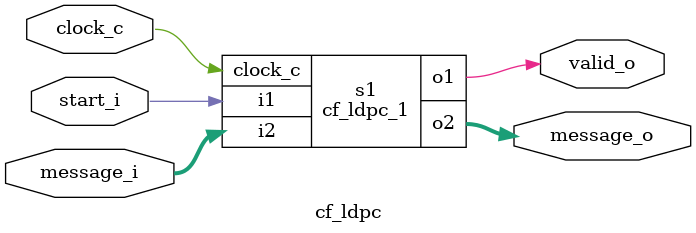
<source format=v>
module cf_ldpc_103(i1, i2, i3, o1);
  input [1:0] i1, i2, i3;
  output [1:0] o1;
  wire [1:0] i1, i2, i3;
  wire [1:0] o1;
  MX2X1 g35(.A (i3[1]), .B (i2[1]), .S0 (i1[1]), .Y (o1[1]));
  MX2X1 g36(.A (i3[0]), .B (i2[0]), .S0 (i1[0]), .Y (o1[0]));
endmodule

module cf_ldpc_102(i1, i2, i3, o1);
  input [2:0] i1, i2, i3;
  output [2:0] o1;
  wire [2:0] i1, i2, i3;
  wire [2:0] o1;
  cf_ldpc_103 s9(i1[1:0], i2[1:0], i3[1:0], o1[1:0]);
  MX2X1 g18(.A (i3[2]), .B (i2[2]), .S0 (i1[2]), .Y (o1[2]));
endmodule

module cf_ldpc_101(i1, i2, i3, o1);
  input [3:0] i1, i2, i3;
  output [3:0] o1;
  wire [3:0] i1, i2, i3;
  wire [3:0] o1;
  cf_ldpc_102 s9(i1[2:0], i2[2:0], i3[2:0], o1[2:0]);
  MX2X1 g18(.A (i3[3]), .B (i2[3]), .S0 (i1[3]), .Y (o1[3]));
endmodule

module cf_ldpc_100(i1, i2, i3, o1);
  input [4:0] i1, i2, i3;
  output [4:0] o1;
  wire [4:0] i1, i2, i3;
  wire [4:0] o1;
  cf_ldpc_101 s9(i1[3:0], i2[3:0], i3[3:0], o1[3:0]);
  MX2X1 g18(.A (i3[4]), .B (i2[4]), .S0 (i1[4]), .Y (o1[4]));
endmodule

module cf_ldpc_99(i1, i2, i3, o1);
  input [5:0] i1, i2, i3;
  output [5:0] o1;
  wire [5:0] i1, i2, i3;
  wire [5:0] o1;
  cf_ldpc_100 s9(i1[4:0], i2[4:0], i3[4:0], o1[4:0]);
  MX2X1 g18(.A (i3[5]), .B (i2[5]), .S0 (i1[5]), .Y (o1[5]));
endmodule

module cf_ldpc_98(i1, i2, i3, o1);
  input [6:0] i1, i2, i3;
  output [6:0] o1;
  wire [6:0] i1, i2, i3;
  wire [6:0] o1;
  cf_ldpc_99 s9(i1[5:0], i2[5:0], i3[5:0], o1[5:0]);
  MX2X1 g18(.A (i3[6]), .B (i2[6]), .S0 (i1[6]), .Y (o1[6]));
endmodule

module cf_ldpc_97(i1, i2, i3, o1);
  input [7:0] i1, i2, i3;
  output [7:0] o1;
  wire [7:0] i1, i2, i3;
  wire [7:0] o1;
  cf_ldpc_98 s9(i1[6:0], i2[6:0], i3[6:0], o1[6:0]);
  MX2X1 g18(.A (i3[7]), .B (i2[7]), .S0 (i1[7]), .Y (o1[7]));
endmodule

module cf_ldpc_96(i1, i2, i3, o1);
  input [8:0] i1, i2, i3;
  output [8:0] o1;
  wire [8:0] i1, i2, i3;
  wire [8:0] o1;
  cf_ldpc_97 s9(i1[7:0], i2[7:0], i3[7:0], o1[7:0]);
  MX2X1 g18(.A (i3[8]), .B (i2[8]), .S0 (i1[8]), .Y (o1[8]));
endmodule

module cf_ldpc_95(i1, i2, i3, o1);
  input [9:0] i1, i2, i3;
  output [9:0] o1;
  wire [9:0] i1, i2, i3;
  wire [9:0] o1;
  cf_ldpc_96 s9(i1[8:0], i2[8:0], i3[8:0], o1[8:0]);
  MX2X1 g18(.A (i3[9]), .B (i2[9]), .S0 (i1[9]), .Y (o1[9]));
endmodule

module cf_ldpc_94(i1, i2, i3, o1);
  input [10:0] i1, i2, i3;
  output [10:0] o1;
  wire [10:0] i1, i2, i3;
  wire [10:0] o1;
  cf_ldpc_95 s9(i1[9:0], i2[9:0], i3[9:0], o1[9:0]);
  MX2X1 g18(.A (i3[10]), .B (i2[10]), .S0 (i1[10]), .Y (o1[10]));
endmodule

module cf_ldpc_93(i1, i2, i3, o1);
  input [11:0] i1, i2, i3;
  output [11:0] o1;
  wire [11:0] i1, i2, i3;
  wire [11:0] o1;
  cf_ldpc_94 s9(i1[10:0], i2[10:0], i3[10:0], o1[10:0]);
  MX2X1 g18(.A (i3[11]), .B (i2[11]), .S0 (i1[11]), .Y (o1[11]));
endmodule

module cf_ldpc_92(i1, i2, i3, o1);
  input [12:0] i1, i2, i3;
  output [12:0] o1;
  wire [12:0] i1, i2, i3;
  wire [12:0] o1;
  cf_ldpc_93 s9(i1[11:0], i2[11:0], i3[11:0], o1[11:0]);
  MX2X1 g18(.A (i3[12]), .B (i2[12]), .S0 (i1[12]), .Y (o1[12]));
endmodule

module cf_ldpc_91(i1, i2, i3, o1);
  input [13:0] i1, i2, i3;
  output [13:0] o1;
  wire [13:0] i1, i2, i3;
  wire [13:0] o1;
  cf_ldpc_92 s9(i1[12:0], i2[12:0], i3[12:0], o1[12:0]);
  MX2X1 g18(.A (i3[13]), .B (i2[13]), .S0 (i1[13]), .Y (o1[13]));
endmodule

module cf_ldpc_90(i1, i2, i3, o1);
  input [14:0] i1, i2, i3;
  output [14:0] o1;
  wire [14:0] i1, i2, i3;
  wire [14:0] o1;
  cf_ldpc_91 s9(i1[13:0], i2[13:0], i3[13:0], o1[13:0]);
  MX2X1 g18(.A (i3[14]), .B (i2[14]), .S0 (i1[14]), .Y (o1[14]));
endmodule

module cf_ldpc_89(i1, i2, i3, o1);
  input [15:0] i1, i2, i3;
  output [15:0] o1;
  wire [15:0] i1, i2, i3;
  wire [15:0] o1;
  cf_ldpc_90 s9(i1[14:0], i2[14:0], i3[14:0], o1[14:0]);
  MX2X1 g18(.A (i3[15]), .B (i2[15]), .S0 (i1[15]), .Y (o1[15]));
endmodule

module cf_ldpc_88(i1, i2, i3, o1);
  input [16:0] i1, i2, i3;
  output [16:0] o1;
  wire [16:0] i1, i2, i3;
  wire [16:0] o1;
  cf_ldpc_89 s9(i1[15:0], i2[15:0], i3[15:0], o1[15:0]);
  MX2X1 g18(.A (i3[16]), .B (i2[16]), .S0 (i1[16]), .Y (o1[16]));
endmodule

module cf_ldpc_87(i1, i2, i3, o1);
  input [17:0] i1, i2, i3;
  output [17:0] o1;
  wire [17:0] i1, i2, i3;
  wire [17:0] o1;
  cf_ldpc_88 s9(i1[16:0], i2[16:0], i3[16:0], o1[16:0]);
  MX2X1 g18(.A (i3[17]), .B (i2[17]), .S0 (i1[17]), .Y (o1[17]));
endmodule

module cf_ldpc_86(i1, i2, i3, o1);
  input [18:0] i1, i2, i3;
  output [18:0] o1;
  wire [18:0] i1, i2, i3;
  wire [18:0] o1;
  cf_ldpc_87 s9(i1[17:0], i2[17:0], i3[17:0], o1[17:0]);
  MX2X1 g18(.A (i3[18]), .B (i2[18]), .S0 (i1[18]), .Y (o1[18]));
endmodule

module cf_ldpc_85(i1, i2, i3, o1);
  input [19:0] i1, i2, i3;
  output [19:0] o1;
  wire [19:0] i1, i2, i3;
  wire [19:0] o1;
  cf_ldpc_86 s9(i2[18:0], i3[18:0], i1[18:0], o1[18:0]);
  MX2X1 g17(.A (i1[19]), .B (i3[19]), .S0 (i2[19]), .Y (o1[19]));
endmodule

module cf_ldpc_84(i1, o1);
  input [19:0] i1;
  output o1;
  wire [19:0] i1;
  wire o1;
  wire n_0, n_1;
  OAI21X1 g19(.A0 (i1[5]), .A1 (n_0), .B0 (n_1), .Y (o1));
  NAND2XL g20(.A (i1[5]), .B (n_0), .Y (n_1));
  XNOR2X1 g21(.A (i1[10]), .B (i1[15]), .Y (n_0));
endmodule

module cf_ldpc_83(i1, o1);
  input [19:0] i1;
  output [1:0] o1;
  wire [19:0] i1;
  wire [1:0] o1;
  wire n_0, n_1;
  cf_ldpc_84 s10({4'b0000, i1[15], 4'b0000, i1[10], 4'b0000, i1[5],
       5'b00000}, o1[0]);
  OAI21X1 g27(.A0 (i1[4]), .A1 (n_0), .B0 (n_1), .Y (o1[1]));
  NAND2XL g28(.A (i1[4]), .B (n_0), .Y (n_1));
  XNOR2X1 g29(.A (i1[8]), .B (i1[12]), .Y (n_0));
endmodule

module cf_ldpc_82(i1, o1);
  input [19:0] i1;
  output [2:0] o1;
  wire [19:0] i1;
  wire [2:0] o1;
  wire n_0, n_1;
  cf_ldpc_83 s10({4'b0000, i1[15], 2'b00, i1[12], 1'b0, i1[10], 1'b0,
       i1[8], 2'b00, i1[5:4], 4'b0000}, o1[1:0]);
  OAI21X1 g19(.A0 (i1[1]), .A1 (n_0), .B0 (n_1), .Y (o1[2]));
  NAND2XL g20(.A (i1[1]), .B (n_0), .Y (n_1));
  XNOR2X1 g21(.A (i1[2]), .B (i1[3]), .Y (n_0));
endmodule

module cf_ldpc_81(i1, o1);
  input [19:0] i1;
  output [3:0] o1;
  wire [19:0] i1;
  wire [3:0] o1;
  wire n_0, n_1;
  cf_ldpc_82 s10({4'b0000, i1[15], 2'b00, i1[12], 1'b0, i1[10], 1'b0,
       i1[8], 2'b00, i1[5:1], 1'b0}, o1[2:0]);
  OAI21X1 g19(.A0 (i1[7]), .A1 (n_0), .B0 (n_1), .Y (o1[3]));
  NAND2XL g20(.A (i1[7]), .B (n_0), .Y (n_1));
  XNOR2X1 g21(.A (i1[12]), .B (i1[17]), .Y (n_0));
endmodule

module cf_ldpc_80(i1, o1);
  input [19:0] i1;
  output [4:0] o1;
  wire [19:0] i1;
  wire [4:0] o1;
  wire n_0, n_1;
  cf_ldpc_81 s10({2'b00, i1[17], 1'b0, i1[15], 2'b00, i1[12], 1'b0,
       i1[10], 1'b0, i1[8:7], 1'b0, i1[5:1], 1'b0}, o1[3:0]);
  OAI21X1 g19(.A0 (i1[5]), .A1 (n_0), .B0 (n_1), .Y (o1[4]));
  NAND2XL g20(.A (i1[5]), .B (n_0), .Y (n_1));
  XNOR2X1 g21(.A (i1[16]), .B (i1[9]), .Y (n_0));
endmodule

module cf_ldpc_79(i1, o1);
  input [19:0] i1;
  output [5:0] o1;
  wire [19:0] i1;
  wire [5:0] o1;
  wire n_0, n_1;
  cf_ldpc_80 s10({2'b00, i1[17:15], 2'b00, i1[12], 1'b0, i1[10:7],
       1'b0, i1[5:1], 1'b0}, o1[4:0]);
  OAI21X1 g19(.A0 (i1[0]), .A1 (n_0), .B0 (n_1), .Y (o1[5]));
  NAND2XL g20(.A (i1[0]), .B (n_0), .Y (n_1));
  XNOR2X1 g21(.A (i1[2]), .B (i1[3]), .Y (n_0));
endmodule

module cf_ldpc_78(i1, o1);
  input [19:0] i1;
  output [6:0] o1;
  wire [19:0] i1;
  wire [6:0] o1;
  wire n_0, n_1;
  cf_ldpc_79 s10({2'b00, i1[17:15], 2'b00, i1[12], 1'b0, i1[10:7],
       1'b0, i1[5:0]}, o1[5:0]);
  OAI21X1 g19(.A0 (i1[8]), .A1 (n_0), .B0 (n_1), .Y (o1[6]));
  NAND2XL g20(.A (i1[8]), .B (n_0), .Y (n_1));
  XNOR2X1 g21(.A (i1[14]), .B (i1[19]), .Y (n_0));
endmodule

module cf_ldpc_77(i1, o1);
  input [19:0] i1;
  output [7:0] o1;
  wire [19:0] i1;
  wire [7:0] o1;
  wire n_0, n_1;
  cf_ldpc_78 s10({i1[19], 1'b0, i1[17:14], 1'b0, i1[12], 1'b0,
       i1[10:7], 1'b0, i1[5:0]}, o1[6:0]);
  OAI21X1 g19(.A0 (i1[6]), .A1 (n_0), .B0 (n_1), .Y (o1[7]));
  NAND2XL g20(.A (i1[6]), .B (n_0), .Y (n_1));
  XNOR2X1 g21(.A (i1[13]), .B (i1[17]), .Y (n_0));
endmodule

module cf_ldpc_76(i1, o1);
  input [19:0] i1;
  output [8:0] o1;
  wire [19:0] i1;
  wire [8:0] o1;
  wire n_0, n_1;
  cf_ldpc_77 s10({i1[19], 1'b0, i1[17:12], 1'b0, i1[10:0]}, o1[7:0]);
  OAI21X1 g19(.A0 (i1[0]), .A1 (n_0), .B0 (n_1), .Y (o1[8]));
  NAND2XL g20(.A (i1[0]), .B (n_0), .Y (n_1));
  XNOR2X1 g21(.A (i1[1]), .B (i1[3]), .Y (n_0));
endmodule

module cf_ldpc_75(i1, o1);
  input [19:0] i1;
  output [9:0] o1;
  wire [19:0] i1;
  wire [9:0] o1;
  wire n_0, n_1;
  cf_ldpc_76 s10({i1[19], 1'b0, i1[17:12], 1'b0, i1[10:0]}, o1[8:0]);
  OAI21X1 g19(.A0 (i1[6]), .A1 (n_0), .B0 (n_1), .Y (o1[9]));
  NAND2XL g20(.A (i1[6]), .B (n_0), .Y (n_1));
  XNOR2X1 g21(.A (i1[16]), .B (i1[11]), .Y (n_0));
endmodule

module cf_ldpc_74(i1, o1);
  input [19:0] i1;
  output [10:0] o1;
  wire [19:0] i1;
  wire [10:0] o1;
  wire n_0, n_1;
  cf_ldpc_75 s10({i1[19], 1'b0, i1[17:0]}, o1[9:0]);
  OAI21X1 g19(.A0 (i1[10]), .A1 (n_0), .B0 (n_1), .Y (o1[10]));
  NAND2XL g20(.A (i1[10]), .B (n_0), .Y (n_1));
  XNOR2X1 g21(.A (i1[14]), .B (i1[18]), .Y (n_0));
endmodule

module cf_ldpc_73(i1, o1);
  input [19:0] i1;
  output [11:0] o1;
  wire [19:0] i1;
  wire [11:0] o1;
  wire n_0, n_1;
  cf_ldpc_74 s10(i1, o1[10:0]);
  OAI21X1 g19(.A0 (i1[0]), .A1 (n_0), .B0 (n_1), .Y (o1[11]));
  NAND2XL g20(.A (i1[0]), .B (n_0), .Y (n_1));
  XNOR2X1 g21(.A (i1[1]), .B (i1[2]), .Y (n_0));
endmodule

module cf_ldpc_72(i1, o1);
  input [19:0] i1;
  output [12:0] o1;
  wire [19:0] i1;
  wire [12:0] o1;
  wire n_0, n_1;
  cf_ldpc_73 s10(i1, o1[11:0]);
  OAI21X1 g19(.A0 (i1[9]), .A1 (n_0), .B0 (n_1), .Y (o1[12]));
  NAND2XL g20(.A (i1[9]), .B (n_0), .Y (n_1));
  XNOR2X1 g21(.A (i1[13]), .B (i1[18]), .Y (n_0));
endmodule

module cf_ldpc_71(i1, o1);
  input [19:0] i1;
  output [13:0] o1;
  wire [19:0] i1;
  wire [13:0] o1;
  wire n_0, n_1;
  cf_ldpc_72 s10(i1, o1[12:0]);
  OAI21X1 g19(.A0 (i1[0]), .A1 (n_0), .B0 (n_1), .Y (o1[13]));
  NAND2XL g20(.A (i1[0]), .B (n_0), .Y (n_1));
  XNOR2X1 g21(.A (i1[8]), .B (i1[12]), .Y (n_0));
endmodule

module cf_ldpc_70(i1, o1);
  input [19:0] i1;
  output [14:0] o1;
  wire [19:0] i1;
  wire [14:0] o1;
  wire n_0, n_1;
  cf_ldpc_71 s10(i1, o1[13:0]);
  OAI21X1 g19(.A0 (i1[5]), .A1 (n_0), .B0 (n_1), .Y (o1[14]));
  NAND2XL g20(.A (i1[5]), .B (n_0), .Y (n_1));
  XNOR2X1 g21(.A (i1[6]), .B (i1[7]), .Y (n_0));
endmodule

module cf_ldpc_69(i1, o1);
  input [19:0] i1;
  output [15:0] o1;
  wire [19:0] i1;
  wire [15:0] o1;
  wire n_0, n_1;
  cf_ldpc_70 s10(i1, o1[14:0]);
  OAI21X1 g19(.A0 (i1[0]), .A1 (n_0), .B0 (n_1), .Y (o1[15]));
  NAND2XL g20(.A (i1[0]), .B (n_0), .Y (n_1));
  XNOR2X1 g21(.A (i1[10]), .B (i1[15]), .Y (n_0));
endmodule

module cf_ldpc_68(i1, o1);
  input [19:0] i1;
  output [16:0] o1;
  wire [19:0] i1;
  wire [16:0] o1;
  wire n_0, n_1;
  cf_ldpc_69 s10(i1, o1[15:0]);
  OAI21X1 g19(.A0 (i1[1]), .A1 (n_0), .B0 (n_1), .Y (o1[16]));
  NAND2XL g20(.A (i1[1]), .B (n_0), .Y (n_1));
  XNOR2X1 g21(.A (i1[16]), .B (i1[9]), .Y (n_0));
endmodule

module cf_ldpc_67(i1, o1);
  input [19:0] i1;
  output [17:0] o1;
  wire [19:0] i1;
  wire [17:0] o1;
  wire n_0, n_1;
  cf_ldpc_68 s10(i1, o1[16:0]);
  OAI21X1 g27(.A0 (i1[4]), .A1 (n_0), .B0 (n_1), .Y (o1[17]));
  NAND2XL g28(.A (i1[4]), .B (n_0), .Y (n_1));
  XNOR2X1 g29(.A (i1[7]), .B (i1[6]), .Y (n_0));
endmodule

module cf_ldpc_66(i1, o1);
  input [19:0] i1;
  output [18:0] o1;
  wire [19:0] i1;
  wire [18:0] o1;
  wire n_0, n_1;
  cf_ldpc_67 s10(i1, o1[17:0]);
  OAI21X1 g19(.A0 (i1[3]), .A1 (n_0), .B0 (n_1), .Y (o1[18]));
  NAND2XL g20(.A (i1[3]), .B (n_0), .Y (n_1));
  XNOR2X1 g21(.A (i1[11]), .B (i1[16]), .Y (n_0));
endmodule

module cf_ldpc_65(i1, o1);
  input [19:0] i1;
  output [19:0] o1;
  wire [19:0] i1;
  wire [19:0] o1;
  wire n_0, n_1;
  cf_ldpc_66 s10(i1, o1[18:0]);
  OAI21X1 g19(.A0 (i1[2]), .A1 (n_0), .B0 (n_1), .Y (o1[19]));
  NAND2XL g20(.A (i1[2]), .B (n_0), .Y (n_1));
  XNOR2X1 g21(.A (i1[13]), .B (i1[17]), .Y (n_0));
endmodule

module cf_ldpc_64(i1, o1);
  input [19:0] i1;
  output [20:0] o1;
  wire [19:0] i1;
  wire [20:0] o1;
  wire n_0, n_1;
  cf_ldpc_65 s10(i1, o1[19:0]);
  OAI21X1 g27(.A0 (i1[4]), .A1 (n_0), .B0 (n_1), .Y (o1[20]));
  NAND2XL g28(.A (i1[4]), .B (n_0), .Y (n_1));
  XNOR2X1 g29(.A (i1[5]), .B (i1[7]), .Y (n_0));
endmodule

module cf_ldpc_63(i1, o1);
  input [19:0] i1;
  output [21:0] o1;
  wire [19:0] i1;
  wire [21:0] o1;
  wire n_0, n_1;
  cf_ldpc_64 s10(i1, o1[20:0]);
  OAI21X1 g19(.A0 (i1[1]), .A1 (n_0), .B0 (n_1), .Y (o1[21]));
  NAND2XL g20(.A (i1[1]), .B (n_0), .Y (n_1));
  XNOR2X1 g21(.A (i1[12]), .B (i1[17]), .Y (n_0));
endmodule

module cf_ldpc_62(i1, o1);
  input [19:0] i1;
  output [22:0] o1;
  wire [19:0] i1;
  wire [22:0] o1;
  wire n_0, n_1;
  cf_ldpc_63 s10(i1, o1[21:0]);
  OAI21X1 g19(.A0 (i1[11]), .A1 (n_0), .B0 (n_1), .Y (o1[22]));
  NAND2XL g20(.A (i1[11]), .B (n_0), .Y (n_1));
  XNOR2X1 g21(.A (i1[15]), .B (i1[19]), .Y (n_0));
endmodule

module cf_ldpc_61(i1, o1);
  input [19:0] i1;
  output [23:0] o1;
  wire [19:0] i1;
  wire [23:0] o1;
  wire n_0, n_1;
  cf_ldpc_62 s10(i1, o1[22:0]);
  OAI21X1 g27(.A0 (i1[4]), .A1 (n_0), .B0 (n_1), .Y (o1[23]));
  NAND2XL g28(.A (i1[4]), .B (n_0), .Y (n_1));
  XNOR2X1 g29(.A (i1[5]), .B (i1[6]), .Y (n_0));
endmodule

module cf_ldpc_60(i1, o1);
  input [19:0] i1;
  output [24:0] o1;
  wire [19:0] i1;
  wire [24:0] o1;
  wire n_0, n_1;
  cf_ldpc_61 s10(i1, o1[23:0]);
  OAI21X1 g19(.A0 (i1[2]), .A1 (n_0), .B0 (n_1), .Y (o1[24]));
  NAND2XL g20(.A (i1[2]), .B (n_0), .Y (n_1));
  XNOR2X1 g21(.A (i1[14]), .B (i1[19]), .Y (n_0));
endmodule

module cf_ldpc_59(i1, o1);
  input [19:0] i1;
  output [25:0] o1;
  wire [19:0] i1;
  wire [25:0] o1;
  wire n_0, n_1;
  cf_ldpc_60 s10(i1, o1[24:0]);
  OAI21X1 g19(.A0 (i1[0]), .A1 (n_0), .B0 (n_1), .Y (o1[25]));
  NAND2XL g20(.A (i1[0]), .B (n_0), .Y (n_1));
  XNOR2X1 g21(.A (i1[4]), .B (i1[12]), .Y (n_0));
endmodule

module cf_ldpc_58(i1, o1);
  input [19:0] i1;
  output [26:0] o1;
  wire [19:0] i1;
  wire [26:0] o1;
  wire n_0, n_1;
  cf_ldpc_59 s10(i1, o1[25:0]);
  OAI21X1 g19(.A0 (i1[9]), .A1 (n_0), .B0 (n_1), .Y (o1[26]));
  NAND2XL g20(.A (i1[9]), .B (n_0), .Y (n_1));
  XNOR2X1 g21(.A (i1[10]), .B (i1[11]), .Y (n_0));
endmodule

module cf_ldpc_57(i1, o1);
  input [19:0] i1;
  output [27:0] o1;
  wire [19:0] i1;
  wire [27:0] o1;
  wire n_0, n_1;
  cf_ldpc_58 s10(i1, o1[26:0]);
  OAI21X1 g27(.A0 (i1[4]), .A1 (n_0), .B0 (n_1), .Y (o1[27]));
  NAND2XL g28(.A (i1[4]), .B (n_0), .Y (n_1));
  XNOR2X1 g29(.A (i1[18]), .B (i1[13]), .Y (n_0));
endmodule

module cf_ldpc_56(i1, o1);
  input [19:0] i1;
  output [28:0] o1;
  wire [19:0] i1;
  wire [28:0] o1;
  wire n_0, n_1;
  cf_ldpc_57 s10(i1, o1[27:0]);
  OAI21X1 g19(.A0 (i1[1]), .A1 (n_0), .B0 (n_1), .Y (o1[28]));
  NAND2XL g20(.A (i1[1]), .B (n_0), .Y (n_1));
  XNOR2X1 g21(.A (i1[16]), .B (i1[5]), .Y (n_0));
endmodule

module cf_ldpc_55(i1, o1);
  input [19:0] i1;
  output [29:0] o1;
  wire [19:0] i1;
  wire [29:0] o1;
  wire n_0, n_1;
  cf_ldpc_56 s10(i1, o1[28:0]);
  OAI21X1 g19(.A0 (i1[8]), .A1 (n_0), .B0 (n_1), .Y (o1[29]));
  NAND2XL g20(.A (i1[8]), .B (n_0), .Y (n_1));
  XNOR2X1 g21(.A (i1[10]), .B (i1[11]), .Y (n_0));
endmodule

module cf_ldpc_54(i1, o1);
  input [19:0] i1;
  output [30:0] o1;
  wire [19:0] i1;
  wire [30:0] o1;
  wire n_0, n_1;
  cf_ldpc_55 s10(i1, o1[29:0]);
  OAI21X1 g19(.A0 (i1[0]), .A1 (n_0), .B0 (n_1), .Y (o1[30]));
  NAND2XL g20(.A (i1[0]), .B (n_0), .Y (n_1));
  XNOR2X1 g21(.A (i1[15]), .B (i1[5]), .Y (n_0));
endmodule

module cf_ldpc_53(i1, o1);
  input [19:0] i1;
  output [31:0] o1;
  wire [19:0] i1;
  wire [31:0] o1;
  wire n_0, n_1;
  cf_ldpc_54 s10(i1, o1[30:0]);
  OAI21X1 g19(.A0 (i1[3]), .A1 (n_0), .B0 (n_1), .Y (o1[31]));
  NAND2XL g20(.A (i1[3]), .B (n_0), .Y (n_1));
  XNOR2X1 g21(.A (i1[14]), .B (i1[18]), .Y (n_0));
endmodule

module cf_ldpc_52(i1, o1);
  input [19:0] i1;
  output [32:0] o1;
  wire [19:0] i1;
  wire [32:0] o1;
  wire n_0, n_1;
  cf_ldpc_53 s10(i1, o1[31:0]);
  OAI21X1 g19(.A0 (i1[8]), .A1 (n_0), .B0 (n_1), .Y (o1[32]));
  NAND2XL g20(.A (i1[8]), .B (n_0), .Y (n_1));
  XNOR2X1 g21(.A (i1[9]), .B (i1[11]), .Y (n_0));
endmodule

module cf_ldpc_51(i1, o1);
  input [19:0] i1;
  output [33:0] o1;
  wire [19:0] i1;
  wire [33:0] o1;
  wire n_0, n_1;
  cf_ldpc_52 s10(i1, o1[32:0]);
  OAI21X1 g19(.A0 (i1[3]), .A1 (n_0), .B0 (n_1), .Y (o1[33]));
  NAND2XL g20(.A (i1[3]), .B (n_0), .Y (n_1));
  XNOR2X1 g21(.A (i1[16]), .B (i1[6]), .Y (n_0));
endmodule

module cf_ldpc_50(i1, o1);
  input [19:0] i1;
  output [34:0] o1;
  wire [19:0] i1;
  wire [34:0] o1;
  wire n_0, n_1;
  cf_ldpc_51 s10(i1, o1[33:0]);
  OAI21X1 g19(.A0 (i1[7]), .A1 (n_0), .B0 (n_1), .Y (o1[34]));
  NAND2XL g20(.A (i1[7]), .B (n_0), .Y (n_1));
  XNOR2X1 g21(.A (i1[15]), .B (i1[19]), .Y (n_0));
endmodule

module cf_ldpc_49(i1, o1);
  input [19:0] i1;
  output [35:0] o1;
  wire [19:0] i1;
  wire [35:0] o1;
  wire n_0, n_1;
  cf_ldpc_50 s10(i1, o1[34:0]);
  OAI21X1 g19(.A0 (i1[8]), .A1 (n_0), .B0 (n_1), .Y (o1[35]));
  NAND2XL g20(.A (i1[8]), .B (n_0), .Y (n_1));
  XNOR2X1 g21(.A (i1[9]), .B (i1[10]), .Y (n_0));
endmodule

module cf_ldpc_48(i1, o1);
  input [19:0] i1;
  output [36:0] o1;
  wire [19:0] i1;
  wire [36:0] o1;
  wire n_0, n_1;
  cf_ldpc_49 s10(i1, o1[35:0]);
  OAI21X1 g19(.A0 (i1[1]), .A1 (n_0), .B0 (n_1), .Y (o1[36]));
  NAND2XL g20(.A (i1[1]), .B (n_0), .Y (n_1));
  XNOR2X1 g21(.A (i1[17]), .B (i1[7]), .Y (n_0));
endmodule

module cf_ldpc_47(i1, o1);
  input [19:0] i1;
  output [37:0] o1;
  wire [19:0] i1;
  wire [37:0] o1;
  wire n_0, n_1;
  cf_ldpc_48 s10(i1, o1[36:0]);
  OAI21X1 g19(.A0 (i1[0]), .A1 (n_0), .B0 (n_1), .Y (o1[37]));
  NAND2XL g20(.A (i1[0]), .B (n_0), .Y (n_1));
  XNOR2X1 g21(.A (i1[4]), .B (i1[8]), .Y (n_0));
endmodule

module cf_ldpc_46(i1, o1);
  input [19:0] i1;
  output [38:0] o1;
  wire [19:0] i1;
  wire [38:0] o1;
  wire n_0, n_1;
  cf_ldpc_47 s10(i1, o1[37:0]);
  OAI21X1 g19(.A0 (i1[13]), .A1 (n_0), .B0 (n_1), .Y (o1[38]));
  NAND2XL g20(.A (i1[13]), .B (n_0), .Y (n_1));
  XNOR2X1 g21(.A (i1[14]), .B (i1[15]), .Y (n_0));
endmodule

module cf_ldpc_45(i1, o1);
  input [19:0] i1;
  output [39:0] o1;
  wire [19:0] i1;
  wire [39:0] o1;
  wire n_0, n_1;
  cf_ldpc_46 s10(i1, o1[38:0]);
  OAI21X1 g27(.A0 (i1[4]), .A1 (n_0), .B0 (n_1), .Y (o1[39]));
  NAND2XL g28(.A (i1[4]), .B (n_0), .Y (n_1));
  XNOR2X1 g29(.A (i1[18]), .B (i1[9]), .Y (n_0));
endmodule

module cf_ldpc_44(i1, o1);
  input [19:0] i1;
  output [40:0] o1;
  wire [19:0] i1;
  wire [40:0] o1;
  wire n_0, n_1;
  cf_ldpc_45 s10(i1, o1[39:0]);
  OAI21X1 g19(.A0 (i1[2]), .A1 (n_0), .B0 (n_1), .Y (o1[40]));
  NAND2XL g20(.A (i1[2]), .B (n_0), .Y (n_1));
  XNOR2X1 g21(.A (i1[6]), .B (i1[17]), .Y (n_0));
endmodule

module cf_ldpc_43(i1, o1);
  input [19:0] i1;
  output [41:0] o1;
  wire [19:0] i1;
  wire [41:0] o1;
  wire n_0, n_1;
  cf_ldpc_44 s10(i1, o1[40:0]);
  OAI21X1 g19(.A0 (i1[12]), .A1 (n_0), .B0 (n_1), .Y (o1[41]));
  NAND2XL g20(.A (i1[12]), .B (n_0), .Y (n_1));
  XNOR2X1 g21(.A (i1[14]), .B (i1[15]), .Y (n_0));
endmodule

module cf_ldpc_42(i1, o1);
  input [19:0] i1;
  output [42:0] o1;
  wire [19:0] i1;
  wire [42:0] o1;
  wire n_0, n_1;
  cf_ldpc_43 s10(i1, o1[41:0]);
  OAI21X1 g19(.A0 (i1[2]), .A1 (n_0), .B0 (n_1), .Y (o1[42]));
  NAND2XL g20(.A (i1[2]), .B (n_0), .Y (n_1));
  XNOR2X1 g21(.A (i1[19]), .B (i1[8]), .Y (n_0));
endmodule

module cf_ldpc_41(i1, o1);
  input [19:0] i1;
  output [43:0] o1;
  wire [19:0] i1;
  wire [43:0] o1;
  wire n_0, n_1;
  cf_ldpc_42 s10(i1, o1[42:0]);
  OAI21X1 g19(.A0 (i1[3]), .A1 (n_0), .B0 (n_1), .Y (o1[43]));
  NAND2XL g20(.A (i1[3]), .B (n_0), .Y (n_1));
  XNOR2X1 g21(.A (i1[10]), .B (i1[18]), .Y (n_0));
endmodule

module cf_ldpc_40(i1, o1);
  input [19:0] i1;
  output [44:0] o1;
  wire [19:0] i1;
  wire [44:0] o1;
  wire n_0, n_1;
  cf_ldpc_41 s10(i1, o1[43:0]);
  OAI21X1 g19(.A0 (i1[12]), .A1 (n_0), .B0 (n_1), .Y (o1[44]));
  NAND2XL g20(.A (i1[12]), .B (n_0), .Y (n_1));
  XNOR2X1 g21(.A (i1[13]), .B (i1[15]), .Y (n_0));
endmodule

module cf_ldpc_39(i1, o1);
  input [19:0] i1;
  output [45:0] o1;
  wire [19:0] i1;
  wire [45:0] o1;
  wire n_0, n_1;
  cf_ldpc_40 s10(i1, o1[44:0]);
  OAI21X1 g19(.A0 (i1[0]), .A1 (n_0), .B0 (n_1), .Y (o1[45]));
  NAND2XL g20(.A (i1[0]), .B (n_0), .Y (n_1));
  XNOR2X1 g21(.A (i1[5]), .B (i1[10]), .Y (n_0));
endmodule

module cf_ldpc_38(i1, o1);
  input [19:0] i1;
  output [46:0] o1;
  wire [19:0] i1;
  wire [46:0] o1;
  wire n_0, n_1;
  cf_ldpc_39 s10(i1, o1[45:0]);
  OAI21X1 g19(.A0 (i1[7]), .A1 (n_0), .B0 (n_1), .Y (o1[46]));
  NAND2XL g20(.A (i1[7]), .B (n_0), .Y (n_1));
  XNOR2X1 g21(.A (i1[11]), .B (i1[19]), .Y (n_0));
endmodule

module cf_ldpc_37(i1, o1);
  input [19:0] i1;
  output [47:0] o1;
  wire [19:0] i1;
  wire [47:0] o1;
  wire n_0, n_1;
  cf_ldpc_38 s10(i1, o1[46:0]);
  OAI21X1 g19(.A0 (i1[12]), .A1 (n_0), .B0 (n_1), .Y (o1[47]));
  NAND2XL g20(.A (i1[12]), .B (n_0), .Y (n_1));
  XNOR2X1 g21(.A (i1[13]), .B (i1[14]), .Y (n_0));
endmodule

module cf_ldpc_36(i1, o1);
  input [19:0] i1;
  output [48:0] o1;
  wire [19:0] i1;
  wire [48:0] o1;
  wire n_0, n_1;
  cf_ldpc_37 s10(i1, o1[47:0]);
  OAI21X1 g19(.A0 (i1[3]), .A1 (n_0), .B0 (n_1), .Y (o1[48]));
  NAND2XL g20(.A (i1[3]), .B (n_0), .Y (n_1));
  XNOR2X1 g21(.A (i1[6]), .B (i1[11]), .Y (n_0));
endmodule

module cf_ldpc_35(i1, o1);
  input [19:0] i1;
  output [49:0] o1;
  wire [19:0] i1;
  wire [49:0] o1;
  wire n_0, n_1;
  cf_ldpc_36 s10(i1, o1[48:0]);
  OAI21X1 g19(.A0 (i1[1]), .A1 (n_0), .B0 (n_1), .Y (o1[49]));
  NAND2XL g20(.A (i1[1]), .B (n_0), .Y (n_1));
  XNOR2X1 g21(.A (i1[5]), .B (i1[9]), .Y (n_0));
endmodule

module cf_ldpc_34(i1, o1);
  input [19:0] i1;
  output [50:0] o1;
  wire [19:0] i1;
  wire [50:0] o1;
  wire n_0, n_1;
  cf_ldpc_35 s10(i1, o1[49:0]);
  OAI21X1 g19(.A0 (i1[17]), .A1 (n_0), .B0 (n_1), .Y (o1[50]));
  NAND2XL g20(.A (i1[17]), .B (n_0), .Y (n_1));
  XNOR2X1 g21(.A (i1[18]), .B (i1[19]), .Y (n_0));
endmodule

module cf_ldpc_33(i1, o1);
  input [19:0] i1;
  output [51:0] o1;
  wire [19:0] i1;
  wire [51:0] o1;
  wire n_0, n_1;
  cf_ldpc_34 s10(i1, o1[50:0]);
  OAI21X1 g19(.A0 (i1[1]), .A1 (n_0), .B0 (n_1), .Y (o1[51]));
  NAND2XL g20(.A (i1[1]), .B (n_0), .Y (n_1));
  XNOR2X1 g21(.A (i1[12]), .B (i1[7]), .Y (n_0));
endmodule

module cf_ldpc_32(i1, o1);
  input [19:0] i1;
  output [52:0] o1;
  wire [19:0] i1;
  wire [52:0] o1;
  wire n_0, n_1;
  cf_ldpc_33 s10(i1, o1[51:0]);
  OAI21X1 g19(.A0 (i1[2]), .A1 (n_0), .B0 (n_1), .Y (o1[52]));
  NAND2XL g20(.A (i1[2]), .B (n_0), .Y (n_1));
  XNOR2X1 g21(.A (i1[6]), .B (i1[13]), .Y (n_0));
endmodule

module cf_ldpc_31(i1, o1);
  input [19:0] i1;
  output [53:0] o1;
  wire [19:0] i1;
  wire [53:0] o1;
  wire n_0, n_1;
  cf_ldpc_32 s10(i1, o1[52:0]);
  OAI21X1 g19(.A0 (i1[16]), .A1 (n_0), .B0 (n_1), .Y (o1[53]));
  NAND2XL g20(.A (i1[16]), .B (n_0), .Y (n_1));
  XNOR2X1 g21(.A (i1[18]), .B (i1[19]), .Y (n_0));
endmodule

module cf_ldpc_30(i1, o1);
  input [19:0] i1;
  output [54:0] o1;
  wire [19:0] i1;
  wire [54:0] o1;
  wire n_0, n_1;
  cf_ldpc_31 s10(i1, o1[53:0]);
  OAI21X1 g27(.A0 (i1[4]), .A1 (n_0), .B0 (n_1), .Y (o1[54]));
  NAND2XL g28(.A (i1[4]), .B (n_0), .Y (n_1));
  XNOR2X1 g29(.A (i1[9]), .B (i1[13]), .Y (n_0));
endmodule

module cf_ldpc_29(i1, o1);
  input [19:0] i1;
  output [55:0] o1;
  wire [19:0] i1;
  wire [55:0] o1;
  wire n_0, n_1;
  cf_ldpc_30 s10(i1, o1[54:0]);
  OAI21X1 g19(.A0 (i1[3]), .A1 (n_0), .B0 (n_1), .Y (o1[55]));
  NAND2XL g20(.A (i1[3]), .B (n_0), .Y (n_1));
  XNOR2X1 g21(.A (i1[10]), .B (i1[14]), .Y (n_0));
endmodule

module cf_ldpc_28(i1, o1);
  input [19:0] i1;
  output [56:0] o1;
  wire [19:0] i1;
  wire [56:0] o1;
  wire n_0, n_1;
  cf_ldpc_29 s10(i1, o1[55:0]);
  OAI21X1 g19(.A0 (i1[16]), .A1 (n_0), .B0 (n_1), .Y (o1[56]));
  NAND2XL g20(.A (i1[16]), .B (n_0), .Y (n_1));
  XNOR2X1 g21(.A (i1[17]), .B (i1[19]), .Y (n_0));
endmodule

module cf_ldpc_27(i1, o1);
  input [19:0] i1;
  output [57:0] o1;
  wire [19:0] i1;
  wire [57:0] o1;
  wire n_0, n_1;
  cf_ldpc_28 s10(i1, o1[56:0]);
  OAI21X1 g19(.A0 (i1[2]), .A1 (n_0), .B0 (n_1), .Y (o1[57]));
  NAND2XL g20(.A (i1[2]), .B (n_0), .Y (n_1));
  XNOR2X1 g21(.A (i1[8]), .B (i1[14]), .Y (n_0));
endmodule

module cf_ldpc_26(i1, o1);
  input [19:0] i1;
  output [58:0] o1;
  wire [19:0] i1;
  wire [58:0] o1;
  wire n_0, n_1;
  cf_ldpc_27 s10(i1, o1[57:0]);
  OAI21X1 g19(.A0 (i1[7]), .A1 (n_0), .B0 (n_1), .Y (o1[58]));
  NAND2XL g20(.A (i1[7]), .B (n_0), .Y (n_1));
  XNOR2X1 g21(.A (i1[11]), .B (i1[15]), .Y (n_0));
endmodule

module cf_ldpc_25(i1, o1);
  input [19:0] i1;
  output [59:0] o1;
  wire [19:0] i1;
  wire [59:0] o1;
  wire n_0, n_1;
  cf_ldpc_26 s10(i1, o1[58:0]);
  OAI21X1 g19(.A0 (i1[16]), .A1 (n_0), .B0 (n_1), .Y (o1[59]));
  NAND2XL g20(.A (i1[16]), .B (n_0), .Y (n_1));
  XNOR2X1 g21(.A (i1[17]), .B (i1[18]), .Y (n_0));
endmodule

module cf_ldpc_21(i1, i2, i3, i4, i5, i6, i7, i8, i9, i10, i11, i12,
     i13, i14, i15, o1);
  input i1, i2, i3, i4, i5, i6, i7, i8, i9, i10, i11, i12, i13, i14,
       i15;
  output o1;
  wire i1, i2, i3, i4, i5, i6, i7, i8, i9, i10, i11, i12, i13, i14, i15;
  wire o1;
  wire n_0, n_1, n_2, n_3;
  NAND4XL g93(.A (n_3), .B (n_2), .C (n_1), .D (n_0), .Y (o1));
  NOR3X1 g94(.A (i12), .B (i4), .C (i15), .Y (n_3));
  NOR4X1 g95(.A (i10), .B (i9), .C (i8), .D (i11), .Y (n_2));
  NOR4X1 g96(.A (i2), .B (i6), .C (i3), .D (i7), .Y (n_1));
  NOR4X1 g97(.A (i14), .B (i13), .C (i1), .D (i5), .Y (n_0));
endmodule

module cf_ldpc_20_14(i1, o1);
  input [3:0] i1;
  output o1;
  wire [3:0] i1;
  wire o1;
  wire n_0, n_1, n_2;
  OAI21X1 g30(.A0 (n_1), .A1 (n_0), .B0 (n_2), .Y (o1));
  NAND2XL g31(.A (n_1), .B (n_0), .Y (n_2));
  CLKXOR2X1 g32(.A (i1[2]), .B (i1[3]), .Y (n_1));
  XNOR2X1 g33(.A (i1[1]), .B (i1[0]), .Y (n_0));
endmodule

module cf_ldpc_20_11(i1, o1);
  input [3:0] i1;
  output o1;
  wire [3:0] i1;
  wire o1;
  wire n_0, n_1, n_2;
  OAI21X1 g30(.A0 (n_0), .A1 (n_1), .B0 (n_2), .Y (o1));
  NAND2XL g31(.A (n_0), .B (n_1), .Y (n_2));
  CLKXOR2X1 g32(.A (i1[2]), .B (i1[3]), .Y (n_1));
  XNOR2X1 g33(.A (i1[0]), .B (i1[1]), .Y (n_0));
endmodule

module cf_ldpc_20_8(i1, o1);
  input [3:0] i1;
  output o1;
  wire [3:0] i1;
  wire o1;
  wire n_0, n_1, n_2;
  OAI21X1 g30(.A0 (n_1), .A1 (n_0), .B0 (n_2), .Y (o1));
  NAND2XL g31(.A (n_1), .B (n_0), .Y (n_2));
  CLKXOR2X1 g32(.A (i1[2]), .B (i1[3]), .Y (n_1));
  XNOR2X1 g33(.A (i1[1]), .B (i1[0]), .Y (n_0));
endmodule

module cf_ldpc_20_5(i1, o1);
  input [3:0] i1;
  output o1;
  wire [3:0] i1;
  wire o1;
  wire n_0, n_1, n_2;
  OAI21X1 g30(.A0 (n_1), .A1 (n_0), .B0 (n_2), .Y (o1));
  NAND2XL g31(.A (n_1), .B (n_0), .Y (n_2));
  XNOR2X1 g32(.A (i1[2]), .B (i1[3]), .Y (n_1));
  XOR2X1 g33(.A (i1[0]), .B (i1[1]), .Y (n_0));
endmodule

module cf_ldpc_20(i1, o1);
  input [3:0] i1;
  output o1;
  wire [3:0] i1;
  wire o1;
  wire n_0, n_1, n_2;
  OAI21X1 g30(.A0 (n_1), .A1 (n_0), .B0 (n_2), .Y (o1));
  NAND2XL g31(.A (n_1), .B (n_0), .Y (n_2));
  CLKXOR2X1 g32(.A (i1[2]), .B (i1[3]), .Y (n_1));
  XNOR2X1 g33(.A (i1[1]), .B (i1[0]), .Y (n_0));
endmodule

module cf_ldpc_20_1(i1, o1);
  input [3:0] i1;
  output o1;
  wire [3:0] i1;
  wire o1;
  wire n_0, n_1, n_2;
  OAI21X1 g30(.A0 (n_1), .A1 (n_0), .B0 (n_2), .Y (o1));
  NAND2XL g31(.A (n_1), .B (n_0), .Y (n_2));
  CLKXOR2X1 g32(.A (i1[2]), .B (i1[3]), .Y (n_1));
  XNOR2X1 g33(.A (i1[1]), .B (i1[0]), .Y (n_0));
endmodule

module cf_ldpc_20_2(i1, o1);
  input [3:0] i1;
  output o1;
  wire [3:0] i1;
  wire o1;
  wire n_0, n_1, n_2;
  OAI21X1 g30(.A0 (n_1), .A1 (n_0), .B0 (n_2), .Y (o1));
  NAND2XL g31(.A (n_1), .B (n_0), .Y (n_2));
  CLKXOR2X1 g32(.A (i1[2]), .B (i1[3]), .Y (n_1));
  XNOR2X1 g33(.A (i1[1]), .B (i1[0]), .Y (n_0));
endmodule

module cf_ldpc_19(i1, o1);
  input [19:0] i1;
  output [2:0] o1;
  wire [19:0] i1;
  wire [2:0] o1;
  cf_ldpc_20 s6({i1[15], i1[10], i1[5], i1[0]}, o1[0]);
  cf_ldpc_20_1 s7({i1[16], i1[11], i1[6], i1[3]}, o1[1]);
  cf_ldpc_20_2 s8({i1[17], i1[12], i1[7], i1[1]}, o1[2]);
endmodule

module cf_ldpc_20_3(i1, o1);
  input [3:0] i1;
  output o1;
  wire [3:0] i1;
  wire o1;
  wire n_0, n_1, n_2;
  OAI21X1 g30(.A0 (n_0), .A1 (n_1), .B0 (n_2), .Y (o1));
  NAND2XL g31(.A (n_0), .B (n_1), .Y (n_2));
  CLKXOR2X1 g32(.A (i1[2]), .B (i1[3]), .Y (n_1));
  XNOR2X1 g33(.A (i1[0]), .B (i1[1]), .Y (n_0));
endmodule

module cf_ldpc_20_4(i1, o1);
  input [3:0] i1;
  output o1;
  wire [3:0] i1;
  wire o1;
  wire n_0, n_1, n_2;
  OAI21X1 g30(.A0 (n_1), .A1 (n_0), .B0 (n_2), .Y (o1));
  NAND2XL g31(.A (n_1), .B (n_0), .Y (n_2));
  CLKXOR2X1 g32(.A (i1[2]), .B (i1[3]), .Y (n_1));
  XNOR2X1 g33(.A (i1[1]), .B (i1[0]), .Y (n_0));
endmodule

module cf_ldpc_18(i1, o1);
  input [19:0] i1;
  output [5:0] o1;
  wire [19:0] i1;
  wire [5:0] o1;
  cf_ldpc_20_5 s10({i1[12], i1[8], i1[4], i1[0]}, o1[5]);
  cf_ldpc_19 s7({2'b00, i1[17:15], 2'b00, i1[12:10], 2'b00, i1[7:5],
       1'b0, i1[3], 1'b0, i1[1:0]}, o1[2:0]);
  cf_ldpc_20_3 s8({i1[18], i1[13], i1[9], i1[4]}, o1[3]);
  cf_ldpc_20_4 s9({i1[19], i1[14], i1[8], i1[2]}, o1[4]);
endmodule

module cf_ldpc_20_6(i1, o1);
  input [3:0] i1;
  output o1;
  wire [3:0] i1;
  wire o1;
  wire n_0, n_1, n_2;
  OAI21X1 g30(.A0 (n_1), .A1 (n_0), .B0 (n_2), .Y (o1));
  NAND2XL g31(.A (n_1), .B (n_0), .Y (n_2));
  CLKXOR2X1 g32(.A (i1[2]), .B (i1[3]), .Y (n_1));
  XNOR2X1 g33(.A (i1[1]), .B (i1[0]), .Y (n_0));
endmodule

module cf_ldpc_20_7(i1, o1);
  input [3:0] i1;
  output o1;
  wire [3:0] i1;
  wire o1;
  wire n_0, n_1, n_2;
  OAI21X1 g30(.A0 (n_1), .A1 (n_0), .B0 (n_2), .Y (o1));
  NAND2XL g31(.A (n_1), .B (n_0), .Y (n_2));
  CLKXOR2X1 g32(.A (i1[2]), .B (i1[3]), .Y (n_1));
  XNOR2X1 g33(.A (i1[1]), .B (i1[0]), .Y (n_0));
endmodule

module cf_ldpc_17(i1, o1);
  input [19:0] i1;
  output [8:0] o1;
  wire [19:0] i1;
  wire [8:0] o1;
  cf_ldpc_20_8 s10({i1[18], i1[14], i1[10], i1[3]}, o1[8]);
  cf_ldpc_18 s7(i1, o1[5:0]);
  cf_ldpc_20_6 s8({i1[16], i1[9], i1[5], i1[1]}, o1[6]);
  cf_ldpc_20_7 s9({i1[17], i1[13], i1[6], i1[2]}, o1[7]);
endmodule

module cf_ldpc_20_9(i1, o1);
  input [3:0] i1;
  output o1;
  wire [3:0] i1;
  wire o1;
  wire n_0, n_1, n_2;
  OAI21X1 g30(.A0 (n_1), .A1 (n_0), .B0 (n_2), .Y (o1));
  NAND2XL g31(.A (n_1), .B (n_0), .Y (n_2));
  CLKXOR2X1 g32(.A (i1[2]), .B (i1[3]), .Y (n_1));
  XNOR2X1 g33(.A (i1[1]), .B (i1[0]), .Y (n_0));
endmodule

module cf_ldpc_20_10(i1, o1);
  input [3:0] i1;
  output o1;
  wire [3:0] i1;
  wire o1;
  wire n_0, n_1, n_2;
  OAI21X1 g30(.A0 (n_1), .A1 (n_0), .B0 (n_2), .Y (o1));
  NAND2XL g31(.A (n_1), .B (n_0), .Y (n_2));
  CLKXOR2X1 g32(.A (i1[2]), .B (i1[3]), .Y (n_1));
  XNOR2X1 g33(.A (i1[1]), .B (i1[0]), .Y (n_0));
endmodule

module cf_ldpc_16(i1, o1);
  input [19:0] i1;
  output [11:0] o1;
  wire [19:0] i1;
  wire [11:0] o1;
  cf_ldpc_20_11 s10(i1[7:4], o1[11]);
  cf_ldpc_17 s7(i1, o1[8:0]);
  cf_ldpc_20_9 s8({i1[19], i1[15], i1[11], i1[7]}, o1[9]);
  cf_ldpc_20_10 s9(i1[3:0], o1[10]);
endmodule

module cf_ldpc_20_12(i1, o1);
  input [3:0] i1;
  output o1;
  wire [3:0] i1;
  wire o1;
  wire n_0, n_1, n_2;
  OAI21X1 g30(.A0 (n_1), .A1 (n_0), .B0 (n_2), .Y (o1));
  NAND2XL g31(.A (n_1), .B (n_0), .Y (n_2));
  CLKXOR2X1 g32(.A (i1[2]), .B (i1[3]), .Y (n_1));
  XNOR2X1 g33(.A (i1[1]), .B (i1[0]), .Y (n_0));
endmodule

module cf_ldpc_20_13(i1, o1);
  input [3:0] i1;
  output o1;
  wire [3:0] i1;
  wire o1;
  wire n_0, n_1, n_2;
  OAI21X1 g30(.A0 (n_1), .A1 (n_0), .B0 (n_2), .Y (o1));
  NAND2XL g31(.A (n_1), .B (n_0), .Y (n_2));
  CLKXOR2X1 g32(.A (i1[2]), .B (i1[3]), .Y (n_1));
  XNOR2X1 g33(.A (i1[1]), .B (i1[0]), .Y (n_0));
endmodule

module cf_ldpc_15(i1, o1);
  input [19:0] i1;
  output [14:0] o1;
  wire [19:0] i1;
  wire [14:0] o1;
  cf_ldpc_20_14 s10(i1[19:16], o1[14]);
  cf_ldpc_16 s7(i1, o1[11:0]);
  cf_ldpc_20_12 s8(i1[11:8], o1[12]);
  cf_ldpc_20_13 s9(i1[15:12], o1[13]);
endmodule

module cf_ldpc_14(i1, o1);
  input [19:0] i1;
  output o1;
  wire [19:0] i1;
  wire o1;
  wire [14:0] s8_1;
  wire s7_1;
  cf_ldpc_21 s7(s8_1[14], s8_1[13], s8_1[12], s8_1[11], s8_1[10],
       s8_1[9], s8_1[8], s8_1[7], s8_1[6], s8_1[5], s8_1[4], s8_1[3],
       s8_1[2], s8_1[1], s8_1[0], s7_1);
  cf_ldpc_15 s8(i1, s8_1);
  INVXL g2(.A (s7_1), .Y (o1));
endmodule

module cf_ldpc_13_18(i1, o1);
  input [2:0] i1;
  output o1;
  wire [2:0] i1;
  wire o1;
  NOR3X1 g19(.A (i1[1]), .B (i1[0]), .C (i1[2]), .Y (o1));
endmodule

module cf_ldpc_12_18(i1, o1);
  input [2:0] i1;
  output o1;
  wire [2:0] i1;
  wire o1;
  wire n_0, s9_1;
  cf_ldpc_13_18 s9(.i1 (i1), .o1 (s9_1));
  CLKINVX1 g25(.A (n_0), .Y (o1));
  AOI31X1 g26(.A0 (i1[1]), .A1 (i1[0]), .A2 (i1[2]), .B0 (s9_1), .Y
       (n_0));
endmodule

module cf_ldpc_13_16(i1, o1);
  input [2:0] i1;
  output o1;
  wire [2:0] i1;
  wire o1;
  NOR3X1 g19(.A (i1[1]), .B (i1[0]), .C (i1[2]), .Y (o1));
endmodule

module cf_ldpc_12_16(i1, o1);
  input [2:0] i1;
  output o1;
  wire [2:0] i1;
  wire o1;
  wire n_0, s9_1;
  cf_ldpc_13_16 s9(.i1 (i1), .o1 (s9_1));
  CLKINVX1 g25(.A (n_0), .Y (o1));
  AOI31X1 g26(.A0 (i1[1]), .A1 (i1[0]), .A2 (i1[2]), .B0 (s9_1), .Y
       (n_0));
endmodule

module cf_ldpc_13_14(i1, o1);
  input [2:0] i1;
  output o1;
  wire [2:0] i1;
  wire o1;
  NOR3X1 g19(.A (i1[1]), .B (i1[0]), .C (i1[2]), .Y (o1));
endmodule

module cf_ldpc_12_14(i1, o1);
  input [2:0] i1;
  output o1;
  wire [2:0] i1;
  wire o1;
  wire n_0, s9_1;
  cf_ldpc_13_14 s9(.i1 (i1), .o1 (s9_1));
  CLKINVX1 g25(.A (n_0), .Y (o1));
  AOI31X1 g26(.A0 (i1[1]), .A1 (i1[0]), .A2 (i1[2]), .B0 (s9_1), .Y
       (n_0));
endmodule

module cf_ldpc_13_12(i1, o1);
  input [2:0] i1;
  output o1;
  wire [2:0] i1;
  wire o1;
  NOR3X1 g19(.A (i1[1]), .B (i1[0]), .C (i1[2]), .Y (o1));
endmodule

module cf_ldpc_12_12(i1, o1);
  input [2:0] i1;
  output o1;
  wire [2:0] i1;
  wire o1;
  wire n_0, s9_1;
  cf_ldpc_13_12 s9(.i1 (i1), .o1 (s9_1));
  CLKINVX1 g25(.A (n_0), .Y (o1));
  AOI31X1 g26(.A0 (i1[1]), .A1 (i1[0]), .A2 (i1[2]), .B0 (s9_1), .Y
       (n_0));
endmodule

module cf_ldpc_13_10(i1, o1);
  input [2:0] i1;
  output o1;
  wire [2:0] i1;
  wire o1;
  NOR3X1 g19(.A (i1[1]), .B (i1[0]), .C (i1[2]), .Y (o1));
endmodule

module cf_ldpc_12_10(i1, o1);
  input [2:0] i1;
  output o1;
  wire [2:0] i1;
  wire o1;
  wire n_0, s9_1;
  cf_ldpc_13_10 s9(.i1 (i1), .o1 (s9_1));
  CLKINVX1 g25(.A (n_0), .Y (o1));
  AOI31X1 g26(.A0 (i1[1]), .A1 (i1[0]), .A2 (i1[2]), .B0 (s9_1), .Y
       (n_0));
endmodule

module cf_ldpc_13_8(i1, o1);
  input [2:0] i1;
  output o1;
  wire [2:0] i1;
  wire o1;
  NOR3X1 g19(.A (i1[1]), .B (i1[0]), .C (i1[2]), .Y (o1));
endmodule

module cf_ldpc_12_8(i1, o1);
  input [2:0] i1;
  output o1;
  wire [2:0] i1;
  wire o1;
  wire n_0, s9_1;
  cf_ldpc_13_8 s9(.i1 (i1), .o1 (s9_1));
  CLKINVX1 g25(.A (n_0), .Y (o1));
  AOI31X1 g26(.A0 (i1[1]), .A1 (i1[0]), .A2 (i1[2]), .B0 (s9_1), .Y
       (n_0));
endmodule

module cf_ldpc_13_6(i1, o1);
  input [2:0] i1;
  output o1;
  wire [2:0] i1;
  wire o1;
  NOR3X1 g19(.A (i1[1]), .B (i1[0]), .C (i1[2]), .Y (o1));
endmodule

module cf_ldpc_12_6(i1, o1);
  input [2:0] i1;
  output o1;
  wire [2:0] i1;
  wire o1;
  wire n_0, s9_1;
  cf_ldpc_13_6 s9(.i1 (i1), .o1 (s9_1));
  CLKINVX1 g25(.A (n_0), .Y (o1));
  AOI31X1 g26(.A0 (i1[1]), .A1 (i1[0]), .A2 (i1[2]), .B0 (s9_1), .Y
       (n_0));
endmodule

module cf_ldpc_13_4(i1, o1);
  input [2:0] i1;
  output o1;
  wire [2:0] i1;
  wire o1;
  NOR3X1 g19(.A (i1[0]), .B (i1[1]), .C (i1[2]), .Y (o1));
endmodule

module cf_ldpc_12_4(i1, o1);
  input [2:0] i1;
  output o1;
  wire [2:0] i1;
  wire o1;
  wire n_0, s9_1;
  cf_ldpc_13_4 s9(.i1 (i1), .o1 (s9_1));
  CLKINVX1 g25(.A (n_0), .Y (o1));
  AOI31X1 g26(.A0 (i1[1]), .A1 (i1[0]), .A2 (i1[2]), .B0 (s9_1), .Y
       (n_0));
endmodule

module cf_ldpc_13_2(i1, o1);
  input [2:0] i1;
  output o1;
  wire [2:0] i1;
  wire o1;
  NOR3X1 g19(.A (i1[1]), .B (i1[0]), .C (i1[2]), .Y (o1));
endmodule

module cf_ldpc_12_2(i1, o1);
  input [2:0] i1;
  output o1;
  wire [2:0] i1;
  wire o1;
  wire n_0, s9_1;
  cf_ldpc_13_2 s9(.i1 (i1), .o1 (s9_1));
  CLKINVX1 g25(.A (n_0), .Y (o1));
  AOI31X1 g26(.A0 (i1[1]), .A1 (i1[0]), .A2 (i1[2]), .B0 (s9_1), .Y
       (n_0));
endmodule

module cf_ldpc_13(i1, o1);
  input [2:0] i1;
  output o1;
  wire [2:0] i1;
  wire o1;
  NOR3X1 g19(.A (i1[1]), .B (i1[0]), .C (i1[2]), .Y (o1));
endmodule

module cf_ldpc_12(i1, o1);
  input [2:0] i1;
  output o1;
  wire [2:0] i1;
  wire o1;
  wire n_0, s9_1;
  cf_ldpc_13 s9(i1, s9_1);
  CLKINVX1 g25(.A (n_0), .Y (o1));
  AOI31X1 g26(.A0 (i1[1]), .A1 (i1[0]), .A2 (i1[2]), .B0 (s9_1), .Y
       (n_0));
endmodule

module cf_ldpc_13_1(i1, o1);
  input [2:0] i1;
  output o1;
  wire [2:0] i1;
  wire o1;
  NOR3X1 g19(.A (i1[1]), .B (i1[0]), .C (i1[2]), .Y (o1));
endmodule

module cf_ldpc_12_1(i1, o1);
  input [2:0] i1;
  output o1;
  wire [2:0] i1;
  wire o1;
  wire n_0, s9_1;
  cf_ldpc_13_1 s9(.i1 (i1), .o1 (s9_1));
  CLKINVX1 g25(.A (n_0), .Y (o1));
  AOI31X1 g26(.A0 (i1[1]), .A1 (i1[0]), .A2 (i1[2]), .B0 (s9_1), .Y
       (n_0));
endmodule

module cf_ldpc_11(i1, o1, o2);
  input [5:0] i1;
  output [1:0] o1, o2;
  wire [5:0] i1;
  wire [1:0] o1, o2;
  assign o2[0] = 1'b0;
  assign o2[1] = 1'b0;
  cf_ldpc_12 s7(i1[2:0], o1[0]);
  cf_ldpc_12_1 s8(i1[5:3], o1[1]);
endmodule

module cf_ldpc_13_3(i1, o1);
  input [2:0] i1;
  output o1;
  wire [2:0] i1;
  wire o1;
  NOR3X1 g19(.A (i1[1]), .B (i1[0]), .C (i1[2]), .Y (o1));
endmodule

module cf_ldpc_12_3(i1, o1);
  input [2:0] i1;
  output o1;
  wire [2:0] i1;
  wire o1;
  wire n_0, s9_1;
  cf_ldpc_13_3 s9(.i1 (i1), .o1 (s9_1));
  CLKINVX1 g25(.A (n_0), .Y (o1));
  AOI31X1 g26(.A0 (i1[1]), .A1 (i1[0]), .A2 (i1[2]), .B0 (s9_1), .Y
       (n_0));
endmodule

module cf_ldpc_10(i1, o1, o2);
  input [11:0] i1;
  output [3:0] o1, o2;
  wire [11:0] i1;
  wire [3:0] o1, o2;
  wire UNCONNECTED, UNCONNECTED0;
  assign o2[0] = 1'b0;
  assign o2[1] = 1'b0;
  assign o2[2] = 1'b0;
  assign o2[3] = 1'b0;
  cf_ldpc_12_2 s11(i1[8:6], o1[2]);
  cf_ldpc_11 s12(i1[5:0], o1[1:0], {UNCONNECTED0, UNCONNECTED});
  cf_ldpc_12_3 s13(i1[11:9], o1[3]);
endmodule

module cf_ldpc_13_5(i1, o1);
  input [2:0] i1;
  output o1;
  wire [2:0] i1;
  wire o1;
  NOR3X1 g19(.A (i1[1]), .B (i1[0]), .C (i1[2]), .Y (o1));
endmodule

module cf_ldpc_12_5(i1, o1);
  input [2:0] i1;
  output o1;
  wire [2:0] i1;
  wire o1;
  wire n_0, s9_1;
  cf_ldpc_13_5 s9(.i1 (i1), .o1 (s9_1));
  CLKINVX1 g25(.A (n_0), .Y (o1));
  AOI31X1 g26(.A0 (i1[1]), .A1 (i1[0]), .A2 (i1[2]), .B0 (s9_1), .Y
       (n_0));
endmodule

module cf_ldpc_9(i1, o1, o2);
  input [17:0] i1;
  output [5:0] o1, o2;
  wire [17:0] i1;
  wire [5:0] o1, o2;
  wire UNCONNECTED1, UNCONNECTED2, UNCONNECTED3, UNCONNECTED4;
  assign o2[0] = 1'b0;
  assign o2[1] = 1'b0;
  assign o2[2] = 1'b0;
  assign o2[3] = 1'b0;
  assign o2[4] = 1'b0;
  assign o2[5] = 1'b0;
  cf_ldpc_12_4 s11(i1[14:12], o1[4]);
  cf_ldpc_10 s12(i1[11:0], o1[3:0], {UNCONNECTED4, UNCONNECTED3,
       UNCONNECTED2, UNCONNECTED1});
  cf_ldpc_12_5 s13(i1[17:15], o1[5]);
endmodule

module cf_ldpc_13_7(i1, o1);
  input [2:0] i1;
  output o1;
  wire [2:0] i1;
  wire o1;
  NOR3X1 g19(.A (i1[1]), .B (i1[0]), .C (i1[2]), .Y (o1));
endmodule

module cf_ldpc_12_7(i1, o1);
  input [2:0] i1;
  output o1;
  wire [2:0] i1;
  wire o1;
  wire n_0, s9_1;
  cf_ldpc_13_7 s9(.i1 (i1), .o1 (s9_1));
  CLKINVX1 g25(.A (n_0), .Y (o1));
  AOI31X1 g26(.A0 (i1[1]), .A1 (i1[0]), .A2 (i1[2]), .B0 (s9_1), .Y
       (n_0));
endmodule

module cf_ldpc_8(i1, o1, o2);
  input [23:0] i1;
  output [7:0] o1, o2;
  wire [23:0] i1;
  wire [7:0] o1, o2;
  wire UNCONNECTED5, UNCONNECTED6, UNCONNECTED7, UNCONNECTED8,
       UNCONNECTED9, UNCONNECTED10;
  assign o2[0] = 1'b0;
  assign o2[1] = 1'b0;
  assign o2[2] = 1'b0;
  assign o2[3] = 1'b0;
  assign o2[4] = 1'b0;
  assign o2[5] = 1'b0;
  assign o2[6] = 1'b0;
  assign o2[7] = 1'b0;
  cf_ldpc_12_6 s11(i1[20:18], o1[6]);
  cf_ldpc_9 s12(i1[17:0], o1[5:0], {UNCONNECTED10, UNCONNECTED9,
       UNCONNECTED8, UNCONNECTED7, UNCONNECTED6, UNCONNECTED5});
  cf_ldpc_12_7 s13(i1[23:21], o1[7]);
endmodule

module cf_ldpc_13_9(i1, o1);
  input [2:0] i1;
  output o1;
  wire [2:0] i1;
  wire o1;
  NOR3X1 g19(.A (i1[1]), .B (i1[0]), .C (i1[2]), .Y (o1));
endmodule

module cf_ldpc_12_9(i1, o1);
  input [2:0] i1;
  output o1;
  wire [2:0] i1;
  wire o1;
  wire n_0, s9_1;
  cf_ldpc_13_9 s9(.i1 (i1), .o1 (s9_1));
  CLKINVX1 g25(.A (n_0), .Y (o1));
  AOI31X1 g26(.A0 (i1[1]), .A1 (i1[0]), .A2 (i1[2]), .B0 (s9_1), .Y
       (n_0));
endmodule

module cf_ldpc_7(i1, o1, o2);
  input [29:0] i1;
  output [9:0] o1, o2;
  wire [29:0] i1;
  wire [9:0] o1, o2;
  wire UNCONNECTED11, UNCONNECTED12, UNCONNECTED13, UNCONNECTED14,
       UNCONNECTED15, UNCONNECTED16, UNCONNECTED17, UNCONNECTED18;
  assign o2[0] = 1'b0;
  assign o2[1] = 1'b0;
  assign o2[2] = 1'b0;
  assign o2[3] = 1'b0;
  assign o2[4] = 1'b0;
  assign o2[5] = 1'b0;
  assign o2[6] = 1'b0;
  assign o2[7] = 1'b0;
  assign o2[8] = 1'b0;
  assign o2[9] = 1'b0;
  cf_ldpc_12_8 s11(i1[26:24], o1[8]);
  cf_ldpc_8 s12(i1[23:0], o1[7:0], {UNCONNECTED18, UNCONNECTED17,
       UNCONNECTED16, UNCONNECTED15, UNCONNECTED14, UNCONNECTED13,
       UNCONNECTED12, UNCONNECTED11});
  cf_ldpc_12_9 s13(i1[29:27], o1[9]);
endmodule

module cf_ldpc_13_11(i1, o1);
  input [2:0] i1;
  output o1;
  wire [2:0] i1;
  wire o1;
  NOR3X1 g19(.A (i1[1]), .B (i1[0]), .C (i1[2]), .Y (o1));
endmodule

module cf_ldpc_12_11(i1, o1);
  input [2:0] i1;
  output o1;
  wire [2:0] i1;
  wire o1;
  wire n_0, s9_1;
  cf_ldpc_13_11 s9(.i1 (i1), .o1 (s9_1));
  CLKINVX1 g25(.A (n_0), .Y (o1));
  AOI31X1 g26(.A0 (i1[1]), .A1 (i1[0]), .A2 (i1[2]), .B0 (s9_1), .Y
       (n_0));
endmodule

module cf_ldpc_6(i1, o1, o2);
  input [35:0] i1;
  output [11:0] o1, o2;
  wire [35:0] i1;
  wire [11:0] o1, o2;
  wire UNCONNECTED19, UNCONNECTED20, UNCONNECTED21, UNCONNECTED22,
       UNCONNECTED23, UNCONNECTED24, UNCONNECTED25, UNCONNECTED26;
  wire UNCONNECTED27, UNCONNECTED28;
  assign o2[0] = 1'b0;
  assign o2[1] = 1'b0;
  assign o2[2] = 1'b0;
  assign o2[3] = 1'b0;
  assign o2[4] = 1'b0;
  assign o2[5] = 1'b0;
  assign o2[6] = 1'b0;
  assign o2[7] = 1'b0;
  assign o2[8] = 1'b0;
  assign o2[9] = 1'b0;
  assign o2[10] = 1'b0;
  assign o2[11] = 1'b0;
  cf_ldpc_12_10 s11(i1[32:30], o1[10]);
  cf_ldpc_7 s12(i1[29:0], o1[9:0], {UNCONNECTED28, UNCONNECTED27,
       UNCONNECTED26, UNCONNECTED25, UNCONNECTED24, UNCONNECTED23,
       UNCONNECTED22, UNCONNECTED21, UNCONNECTED20, UNCONNECTED19});
  cf_ldpc_12_11 s13(i1[35:33], o1[11]);
endmodule

module cf_ldpc_13_13(i1, o1);
  input [2:0] i1;
  output o1;
  wire [2:0] i1;
  wire o1;
  NOR3X1 g19(.A (i1[1]), .B (i1[0]), .C (i1[2]), .Y (o1));
endmodule

module cf_ldpc_12_13(i1, o1);
  input [2:0] i1;
  output o1;
  wire [2:0] i1;
  wire o1;
  wire n_0, s9_1;
  cf_ldpc_13_13 s9(.i1 (i1), .o1 (s9_1));
  CLKINVX1 g25(.A (n_0), .Y (o1));
  AOI31X1 g26(.A0 (i1[1]), .A1 (i1[0]), .A2 (i1[2]), .B0 (s9_1), .Y
       (n_0));
endmodule

module cf_ldpc_5(i1, o1, o2);
  input [41:0] i1;
  output [13:0] o1, o2;
  wire [41:0] i1;
  wire [13:0] o1, o2;
  wire UNCONNECTED29, UNCONNECTED30, UNCONNECTED31, UNCONNECTED32,
       UNCONNECTED33, UNCONNECTED34, UNCONNECTED35, UNCONNECTED36;
  wire UNCONNECTED37, UNCONNECTED38, UNCONNECTED39, UNCONNECTED40;
  assign o2[0] = 1'b0;
  assign o2[1] = 1'b0;
  assign o2[2] = 1'b0;
  assign o2[3] = 1'b0;
  assign o2[4] = 1'b0;
  assign o2[5] = 1'b0;
  assign o2[6] = 1'b0;
  assign o2[7] = 1'b0;
  assign o2[8] = 1'b0;
  assign o2[9] = 1'b0;
  assign o2[10] = 1'b0;
  assign o2[11] = 1'b0;
  assign o2[12] = 1'b0;
  assign o2[13] = 1'b0;
  cf_ldpc_12_12 s11(i1[38:36], o1[12]);
  cf_ldpc_6 s12(i1[35:0], o1[11:0], {UNCONNECTED40, UNCONNECTED39,
       UNCONNECTED38, UNCONNECTED37, UNCONNECTED36, UNCONNECTED35,
       UNCONNECTED34, UNCONNECTED33, UNCONNECTED32, UNCONNECTED31,
       UNCONNECTED30, UNCONNECTED29});
  cf_ldpc_12_13 s13(i1[41:39], o1[13]);
endmodule

module cf_ldpc_13_15(i1, o1);
  input [2:0] i1;
  output o1;
  wire [2:0] i1;
  wire o1;
  NOR3X1 g19(.A (i1[1]), .B (i1[0]), .C (i1[2]), .Y (o1));
endmodule

module cf_ldpc_12_15(i1, o1);
  input [2:0] i1;
  output o1;
  wire [2:0] i1;
  wire o1;
  wire n_0, s9_1;
  cf_ldpc_13_15 s9(.i1 (i1), .o1 (s9_1));
  CLKINVX1 g25(.A (n_0), .Y (o1));
  AOI31X1 g26(.A0 (i1[1]), .A1 (i1[0]), .A2 (i1[2]), .B0 (s9_1), .Y
       (n_0));
endmodule

module cf_ldpc_4(i1, o1, o2);
  input [47:0] i1;
  output [15:0] o1, o2;
  wire [47:0] i1;
  wire [15:0] o1, o2;
  wire UNCONNECTED41, UNCONNECTED42, UNCONNECTED43, UNCONNECTED44,
       UNCONNECTED45, UNCONNECTED46, UNCONNECTED47, UNCONNECTED48;
  wire UNCONNECTED49, UNCONNECTED50, UNCONNECTED51, UNCONNECTED52,
       UNCONNECTED53, UNCONNECTED54;
  assign o2[0] = 1'b0;
  assign o2[1] = 1'b0;
  assign o2[2] = 1'b0;
  assign o2[3] = 1'b0;
  assign o2[4] = 1'b0;
  assign o2[5] = 1'b0;
  assign o2[6] = 1'b0;
  assign o2[7] = 1'b0;
  assign o2[8] = 1'b0;
  assign o2[9] = 1'b0;
  assign o2[10] = 1'b0;
  assign o2[11] = 1'b0;
  assign o2[12] = 1'b0;
  assign o2[13] = 1'b0;
  assign o2[14] = 1'b0;
  assign o2[15] = 1'b0;
  cf_ldpc_12_14 s11(i1[44:42], o1[14]);
  cf_ldpc_5 s12(i1[41:0], o1[13:0], {UNCONNECTED54, UNCONNECTED53,
       UNCONNECTED52, UNCONNECTED51, UNCONNECTED50, UNCONNECTED49,
       UNCONNECTED48, UNCONNECTED47, UNCONNECTED46, UNCONNECTED45,
       UNCONNECTED44, UNCONNECTED43, UNCONNECTED42, UNCONNECTED41});
  cf_ldpc_12_15 s13(i1[47:45], o1[15]);
endmodule

module cf_ldpc_13_17(i1, o1);
  input [2:0] i1;
  output o1;
  wire [2:0] i1;
  wire o1;
  NOR3X1 g19(.A (i1[1]), .B (i1[0]), .C (i1[2]), .Y (o1));
endmodule

module cf_ldpc_12_17(i1, o1);
  input [2:0] i1;
  output o1;
  wire [2:0] i1;
  wire o1;
  wire n_0, s9_1;
  cf_ldpc_13_17 s9(.i1 (i1), .o1 (s9_1));
  CLKINVX1 g25(.A (n_0), .Y (o1));
  AOI31X1 g26(.A0 (i1[1]), .A1 (i1[0]), .A2 (i1[2]), .B0 (s9_1), .Y
       (n_0));
endmodule

module cf_ldpc_3(i1, o1, o2);
  input [53:0] i1;
  output [17:0] o1, o2;
  wire [53:0] i1;
  wire [17:0] o1, o2;
  wire UNCONNECTED55, UNCONNECTED56, UNCONNECTED57, UNCONNECTED58,
       UNCONNECTED59, UNCONNECTED60, UNCONNECTED61, UNCONNECTED62;
  wire UNCONNECTED63, UNCONNECTED64, UNCONNECTED65, UNCONNECTED66,
       UNCONNECTED67, UNCONNECTED68, UNCONNECTED69, UNCONNECTED70;
  assign o2[0] = 1'b0;
  assign o2[1] = 1'b0;
  assign o2[2] = 1'b0;
  assign o2[3] = 1'b0;
  assign o2[4] = 1'b0;
  assign o2[5] = 1'b0;
  assign o2[6] = 1'b0;
  assign o2[7] = 1'b0;
  assign o2[8] = 1'b0;
  assign o2[9] = 1'b0;
  assign o2[10] = 1'b0;
  assign o2[11] = 1'b0;
  assign o2[12] = 1'b0;
  assign o2[13] = 1'b0;
  assign o2[14] = 1'b0;
  assign o2[15] = 1'b0;
  assign o2[16] = 1'b0;
  assign o2[17] = 1'b0;
  cf_ldpc_12_16 s11(i1[50:48], o1[16]);
  cf_ldpc_4 s12(i1[47:0], o1[15:0], {UNCONNECTED70, UNCONNECTED69,
       UNCONNECTED68, UNCONNECTED67, UNCONNECTED66, UNCONNECTED65,
       UNCONNECTED64, UNCONNECTED63, UNCONNECTED62, UNCONNECTED61,
       UNCONNECTED60, UNCONNECTED59, UNCONNECTED58, UNCONNECTED57,
       UNCONNECTED56, UNCONNECTED55});
  cf_ldpc_12_17 s13(i1[53:51], o1[17]);
endmodule

module cf_ldpc_13_19(i1, o1);
  input [2:0] i1;
  output o1;
  wire [2:0] i1;
  wire o1;
  NOR3X1 g19(.A (i1[1]), .B (i1[0]), .C (i1[2]), .Y (o1));
endmodule

module cf_ldpc_12_19(i1, o1);
  input [2:0] i1;
  output o1;
  wire [2:0] i1;
  wire o1;
  wire n_0, s9_1;
  cf_ldpc_13_19 s9(.i1 (i1), .o1 (s9_1));
  CLKINVX1 g25(.A (n_0), .Y (o1));
  AOI31X1 g26(.A0 (i1[1]), .A1 (i1[0]), .A2 (i1[2]), .B0 (s9_1), .Y
       (n_0));
endmodule

module cf_ldpc_2(i1, o1, o2);
  input [59:0] i1;
  output [19:0] o1, o2;
  wire [59:0] i1;
  wire [19:0] o1, o2;
  wire UNCONNECTED71, UNCONNECTED72, UNCONNECTED73, UNCONNECTED74,
       UNCONNECTED75, UNCONNECTED76, UNCONNECTED77, UNCONNECTED78;
  wire UNCONNECTED79, UNCONNECTED80, UNCONNECTED81, UNCONNECTED82,
       UNCONNECTED83, UNCONNECTED84, UNCONNECTED85, UNCONNECTED86;
  wire UNCONNECTED87, UNCONNECTED88;
  assign o2[0] = 1'b0;
  assign o2[1] = 1'b0;
  assign o2[2] = 1'b0;
  assign o2[3] = 1'b0;
  assign o2[4] = 1'b0;
  assign o2[5] = 1'b0;
  assign o2[6] = 1'b0;
  assign o2[7] = 1'b0;
  assign o2[8] = 1'b0;
  assign o2[9] = 1'b0;
  assign o2[10] = 1'b0;
  assign o2[11] = 1'b0;
  assign o2[12] = 1'b0;
  assign o2[13] = 1'b0;
  assign o2[14] = 1'b0;
  assign o2[15] = 1'b0;
  assign o2[16] = 1'b0;
  assign o2[17] = 1'b0;
  assign o2[18] = 1'b0;
  assign o2[19] = 1'b0;
  cf_ldpc_12_18 s11(i1[56:54], o1[18]);
  cf_ldpc_3 s12(i1[53:0], o1[17:0], {UNCONNECTED88, UNCONNECTED87,
       UNCONNECTED86, UNCONNECTED85, UNCONNECTED84, UNCONNECTED83,
       UNCONNECTED82, UNCONNECTED81, UNCONNECTED80, UNCONNECTED79,
       UNCONNECTED78, UNCONNECTED77, UNCONNECTED76, UNCONNECTED75,
       UNCONNECTED74, UNCONNECTED73, UNCONNECTED72, UNCONNECTED71});
  cf_ldpc_12_19 s13(i1[59:57], o1[19]);
endmodule

module cf_ldpc_1(clock_c, i1, i2, o1, o2);
  input clock_c, i1;
  input [19:0] i2;
  output o1;
  output [19:0] o2;
  wire clock_c, i1;
  wire [19:0] i2;
  wire o1;
  wire [19:0] o2;
  wire [19:0] n3;
  wire [19:0] s9_1;
  wire [59:0] s7_1;
  wire [19:0] s6_1;
  wire UNCONNECTED89, UNCONNECTED90, UNCONNECTED91, UNCONNECTED92,
       UNCONNECTED93, UNCONNECTED94, UNCONNECTED95, UNCONNECTED96;
  wire UNCONNECTED97, UNCONNECTED98, UNCONNECTED99, UNCONNECTED100,
       UNCONNECTED101, UNCONNECTED102, UNCONNECTED103, UNCONNECTED104;
  wire UNCONNECTED105, UNCONNECTED106, UNCONNECTED107, UNCONNECTED108;
  cf_ldpc_85 s6(n3, s9_1, {s7_1[59], s7_1[56], s7_1[53], s7_1[50],
       s7_1[47], s7_1[44], s7_1[41], s7_1[38], s7_1[35], s7_1[32],
       s7_1[29], s7_1[26], s7_1[23], s7_1[20], s7_1[17], s7_1[14],
       s7_1[11], s7_1[8], s7_1[5], s7_1[2]}, s6_1);
  cf_ldpc_25 s7(o2, s7_1);
  cf_ldpc_14 s8(o2, o1);
  cf_ldpc_2 s9(s7_1, s9_1, {UNCONNECTED108, UNCONNECTED107,
       UNCONNECTED106, UNCONNECTED105, UNCONNECTED104, UNCONNECTED103,
       UNCONNECTED102, UNCONNECTED101, UNCONNECTED100, UNCONNECTED99,
       UNCONNECTED98, UNCONNECTED97, UNCONNECTED96, UNCONNECTED95,
       UNCONNECTED94, UNCONNECTED93, UNCONNECTED92, UNCONNECTED91,
       UNCONNECTED90, UNCONNECTED89});
  SDFFQX1 \n5_reg[4] (.CK (clock_c), .D (s6_1[4]), .SI (i2[4]), .SE
       (i1), .Q (o2[4]));
  SDFFQX1 \n3_reg[0] (.CK (clock_c), .D (n3[0]), .SI (i2[0]), .SE (i1),
       .Q (n3[0]));
  SDFFQX1 \n3_reg[10] (.CK (clock_c), .D (n3[10]), .SI (i2[10]), .SE
       (i1), .Q (n3[10]));
  SDFFQX1 \n3_reg[1] (.CK (clock_c), .D (n3[1]), .SI (i2[1]), .SE (i1),
       .Q (n3[1]));
  SDFFQX1 \n3_reg[2] (.CK (clock_c), .D (n3[2]), .SI (i2[2]), .SE (i1),
       .Q (n3[2]));
  SDFFQX1 \n3_reg[3] (.CK (clock_c), .D (n3[3]), .SI (i2[3]), .SE (i1),
       .Q (n3[3]));
  SDFFQX1 \n3_reg[4] (.CK (clock_c), .D (n3[4]), .SI (i2[4]), .SE (i1),
       .Q (n3[4]));
  SDFFQX1 \n3_reg[5] (.CK (clock_c), .D (n3[5]), .SI (i2[5]), .SE (i1),
       .Q (n3[5]));
  SDFFQX1 \n3_reg[6] (.CK (clock_c), .D (n3[6]), .SI (i2[6]), .SE (i1),
       .Q (n3[6]));
  SDFFQX1 \n3_reg[7] (.CK (clock_c), .D (n3[7]), .SI (i2[7]), .SE (i1),
       .Q (n3[7]));
  SDFFQX1 \n3_reg[8] (.CK (clock_c), .D (n3[8]), .SI (i2[8]), .SE (i1),
       .Q (n3[8]));
  SDFFQX1 \n3_reg[11] (.CK (clock_c), .D (n3[11]), .SI (i2[11]), .SE
       (i1), .Q (n3[11]));
  SDFFQX1 \n3_reg[9] (.CK (clock_c), .D (n3[9]), .SI (i2[9]), .SE (i1),
       .Q (n3[9]));
  SDFFQX1 \n5_reg[0] (.CK (clock_c), .D (s6_1[0]), .SI (i2[0]), .SE
       (i1), .Q (o2[0]));
  SDFFQX1 \n5_reg[10] (.CK (clock_c), .D (s6_1[10]), .SI (i2[10]), .SE
       (i1), .Q (o2[10]));
  SDFFQX1 \n5_reg[11] (.CK (clock_c), .D (s6_1[11]), .SI (i2[11]), .SE
       (i1), .Q (o2[11]));
  SDFFQX1 \n5_reg[12] (.CK (clock_c), .D (s6_1[12]), .SI (i2[12]), .SE
       (i1), .Q (o2[12]));
  SDFFQX1 \n5_reg[13] (.CK (clock_c), .D (s6_1[13]), .SI (i2[13]), .SE
       (i1), .Q (o2[13]));
  SDFFQX1 \n5_reg[14] (.CK (clock_c), .D (s6_1[14]), .SI (i2[14]), .SE
       (i1), .Q (o2[14]));
  SDFFQX1 \n5_reg[15] (.CK (clock_c), .D (s6_1[15]), .SI (i2[15]), .SE
       (i1), .Q (o2[15]));
  SDFFQX1 \n3_reg[12] (.CK (clock_c), .D (n3[12]), .SI (i2[12]), .SE
       (i1), .Q (n3[12]));
  SDFFQX1 \n3_reg[13] (.CK (clock_c), .D (n3[13]), .SI (i2[13]), .SE
       (i1), .Q (n3[13]));
  SDFFQX1 \n5_reg[16] (.CK (clock_c), .D (s6_1[16]), .SI (i2[16]), .SE
       (i1), .Q (o2[16]));
  SDFFQX1 \n5_reg[17] (.CK (clock_c), .D (s6_1[17]), .SI (i2[17]), .SE
       (i1), .Q (o2[17]));
  SDFFQX1 \n5_reg[18] (.CK (clock_c), .D (s6_1[18]), .SI (i2[18]), .SE
       (i1), .Q (o2[18]));
  SDFFQX1 \n5_reg[19] (.CK (clock_c), .D (s6_1[19]), .SI (i2[19]), .SE
       (i1), .Q (o2[19]));
  SDFFQX1 \n3_reg[14] (.CK (clock_c), .D (n3[14]), .SI (i2[14]), .SE
       (i1), .Q (n3[14]));
  SDFFQX1 \n5_reg[1] (.CK (clock_c), .D (s6_1[1]), .SI (i2[1]), .SE
       (i1), .Q (o2[1]));
  SDFFQX1 \n5_reg[2] (.CK (clock_c), .D (s6_1[2]), .SI (i2[2]), .SE
       (i1), .Q (o2[2]));
  SDFFQX1 \n3_reg[15] (.CK (clock_c), .D (n3[15]), .SI (i2[15]), .SE
       (i1), .Q (n3[15]));
  SDFFQX1 \n5_reg[3] (.CK (clock_c), .D (s6_1[3]), .SI (i2[3]), .SE
       (i1), .Q (o2[3]));
  SDFFQX1 \n5_reg[5] (.CK (clock_c), .D (s6_1[5]), .SI (i2[5]), .SE
       (i1), .Q (o2[5]));
  SDFFQX1 \n3_reg[16] (.CK (clock_c), .D (n3[16]), .SI (i2[16]), .SE
       (i1), .Q (n3[16]));
  SDFFQX1 \n3_reg[17] (.CK (clock_c), .D (n3[17]), .SI (i2[17]), .SE
       (i1), .Q (n3[17]));
  SDFFQX1 \n5_reg[6] (.CK (clock_c), .D (s6_1[6]), .SI (i2[6]), .SE
       (i1), .Q (o2[6]));
  SDFFQX1 \n5_reg[7] (.CK (clock_c), .D (s6_1[7]), .SI (i2[7]), .SE
       (i1), .Q (o2[7]));
  SDFFQX1 \n5_reg[8] (.CK (clock_c), .D (s6_1[8]), .SI (i2[8]), .SE
       (i1), .Q (o2[8]));
  SDFFQX1 \n5_reg[9] (.CK (clock_c), .D (s6_1[9]), .SI (i2[9]), .SE
       (i1), .Q (o2[9]));
  SDFFQX1 \n3_reg[18] (.CK (clock_c), .D (n3[18]), .SI (i2[18]), .SE
       (i1), .Q (n3[18]));
  SDFFQX1 \n3_reg[19] (.CK (clock_c), .D (n3[19]), .SI (i2[19]), .SE
       (i1), .Q (n3[19]));
endmodule

module cf_ldpc(clock_c, start_i, message_i, valid_o, message_o);
  input clock_c, start_i;
  input [19:0] message_i;
  output valid_o;
  output [19:0] message_o;
  wire clock_c, start_i;
  wire [19:0] message_i;
  wire valid_o;
  wire [19:0] message_o;
  cf_ldpc_1 s1(clock_c, start_i, message_i, valid_o, message_o);
endmodule


</source>
